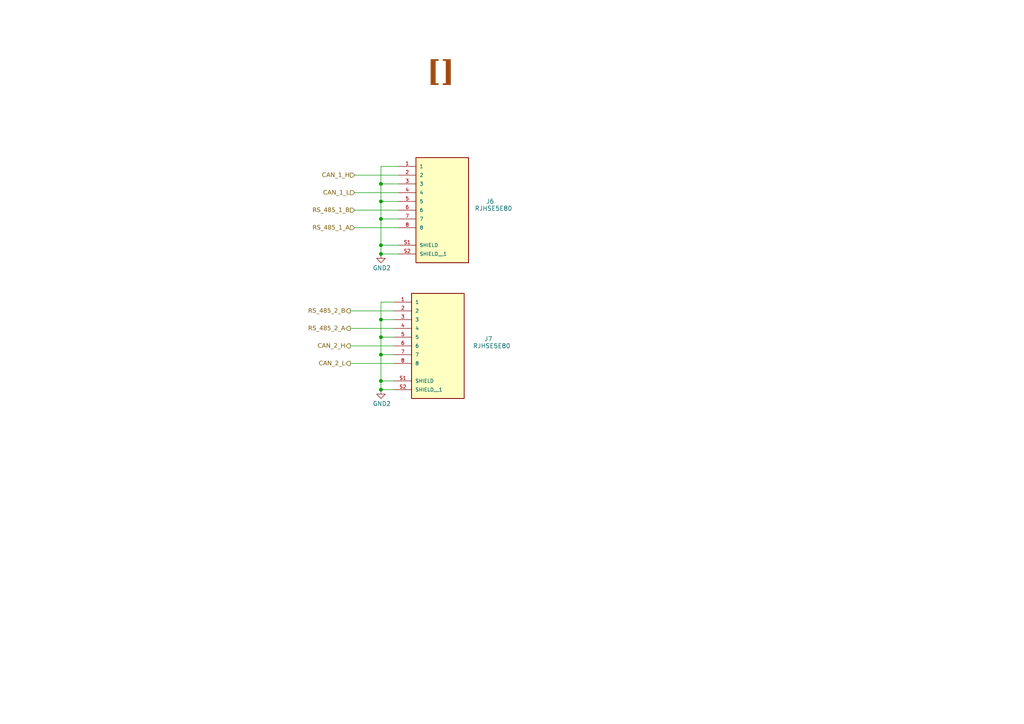
<source format=kicad_sch>
(kicad_sch (version 20231120) (generator "eeschema") (generator_version "8.0")
  (paper "A4")
  (title_block (date "2024-09-09") (rev "1.0.0"))
  (lib_symbols
    (symbol "GND2_1" (power) (pin_numbers hide) (pin_names (offset 0) hide)
      (property "Value" "GND2" (at 0 -3.81 0))
      (symbol "GND2_1_0_1"
        (polyline (pts (xy 0 0) (xy 0 -1.27) (xy 1.27 -1.27) (xy 0 -2.54) (xy -1.27 -1.27) (xy 0 -1.27)))
      )
      (symbol "GND2_1_1_1"
        (pin power_in line (at 0 0 270) (length 0) (name "~") (number "1"))
      )
    )
    (symbol "RJHSE5E80_Connector:RJHSE5E80" (pin_names (offset 1.016))
      (property "Reference" "J" (at -7.62 13.462 0))
      (property "Value" "RJHSE5E80" (at -7.62 -20.32 0))
      (symbol "RJHSE5E80_0_0"
        (rectangle (start -7.62 -17.78) (end 7.62 12.7) (stroke (width 0.254)) (fill (type background)))
        (pin passive line (at -12.7 10.16 0) (length 5.08) (name "1") (number "1"))
        (pin passive line (at -12.7 7.62 0) (length 5.08) (name "2") (number "2"))
        (pin passive line (at -12.7 5.08 0) (length 5.08) (name "3") (number "3"))
        (pin passive line (at -12.7 2.54 0) (length 5.08) (name "4") (number "4"))
        (pin passive line (at -12.7 0 0) (length 5.08) (name "5") (number "5"))
        (pin passive line (at -12.7 -2.54 0) (length 5.08) (name "6") (number "6"))
        (pin passive line (at -12.7 -5.08 0) (length 5.08) (name "7") (number "7"))
        (pin passive line (at -12.7 -7.62 0) (length 5.08) (name "8") (number "8"))
        (pin passive line (at -12.7 -12.7 0) (length 5.08) (name "SHIELD") (number "S1"))
        (pin passive line (at -12.7 -15.24 0) (length 5.08) (name "SHIELD__1") (number "S2"))
      )
    )
  )
  (junction (at 110.49 113.03))
  (junction (at 110.49 63.5))
  (junction (at 110.49 102.87))
  (junction (at 110.49 71.12))
  (junction (at 110.49 58.42))
  (junction (at 110.49 97.79))
  (junction (at 110.49 53.34))
  (junction (at 110.49 110.49))
  (junction (at 110.49 73.66))
  (junction (at 110.49 92.71))
  (wire (pts (xy 115.57 58.42) (xy 110.49 58.42)))
  (wire (pts (xy 110.49 97.79) (xy 110.49 102.87)))
  (wire (pts (xy 115.57 71.12) (xy 110.49 71.12)))
  (wire (pts (xy 110.49 92.71) (xy 110.49 97.79)))
  (wire (pts (xy 110.49 73.66) (xy 115.57 73.66)))
  (wire (pts (xy 102.87 60.96) (xy 115.57 60.96)))
  (wire (pts (xy 110.49 92.71) (xy 114.3 92.71)))
  (wire (pts (xy 110.49 53.34) (xy 110.49 58.42)))
  (wire (pts (xy 110.49 71.12) (xy 110.49 73.66)))
  (wire (pts (xy 115.57 48.26) (xy 110.49 48.26)))
  (wire (pts (xy 102.87 50.8) (xy 115.57 50.8)))
  (wire (pts (xy 115.57 53.34) (xy 110.49 53.34)))
  (wire (pts (xy 110.49 87.63) (xy 110.49 92.71)))
  (wire (pts (xy 114.3 87.63) (xy 110.49 87.63)))
  (wire (pts (xy 102.87 66.04) (xy 115.57 66.04)))
  (wire (pts (xy 110.49 110.49) (xy 110.49 113.03)))
  (wire (pts (xy 102.87 55.88) (xy 115.57 55.88)))
  (wire (pts (xy 101.6 105.41) (xy 114.3 105.41)))
  (wire (pts (xy 110.49 110.49) (xy 114.3 110.49)))
  (wire (pts (xy 110.49 48.26) (xy 110.49 53.34)))
  (wire (pts (xy 110.49 97.79) (xy 114.3 97.79)))
  (wire (pts (xy 101.6 100.33) (xy 114.3 100.33)))
  (wire (pts (xy 110.49 63.5) (xy 110.49 71.12)))
  (wire (pts (xy 114.3 113.03) (xy 110.49 113.03)))
  (wire (pts (xy 110.49 102.87) (xy 114.3 102.87)))
  (wire (pts (xy 101.6 90.17) (xy 114.3 90.17)))
  (wire (pts (xy 110.49 102.87) (xy 110.49 110.49)))
  (wire (pts (xy 115.57 63.5) (xy 110.49 63.5)))
  (wire (pts (xy 110.49 58.42) (xy 110.49 63.5)))
  (wire (pts (xy 101.6 95.25) (xy 114.3 95.25)))
  (text "[${#}] ${SHEETNAME}" (at 129.286 22.86 0) (effects (font (size 6 6) (thickness 0.254) (bold yes))))
  (hierarchical_label "RS_485_1_B" (shape input) (at 102.87 60.96 180))
  (hierarchical_label "CAN_1_H" (shape input) (at 102.87 50.8 180))
  (hierarchical_label "RS_485_1_A" (shape input) (at 102.87 66.04 180))
  (hierarchical_label "CAN_2_L" (shape output) (at 101.6 105.41 180))
  (hierarchical_label "CAN_1_L" (shape input) (at 102.87 55.88 180))
  (hierarchical_label "RS_485_2_B" (shape output) (at 101.6 90.17 180))
  (hierarchical_label "CAN_2_H" (shape output) (at 101.6 100.33 180))
  (hierarchical_label "RS_485_2_A" (shape output) (at 101.6 95.25 180))
  (symbol (lib_id "RJHSE5E80_Connector:RJHSE5E80") (at 128.27 58.42 0) (unit 1)
    (property "Reference" "J6" (at 140.97 58.42 0) (effects (justify left)))
    (property "Value" "RJHSE5E80" (at 137.668 60.452 0) (effects (justify left)))
    (property "Footprint" "RJHSE5E80_Connector:AMPHENOL_RJHSE5E80" (effects (hide yes)))
  )
  (symbol (lib_name "GND2_1") (lib_id "power:GND2") (at 110.49 113.03 0) (unit 1)
    (property "Reference" "#PWR0132" (effects (hide yes)))
    (property "Value" "GND2" (at 110.744 117.094 0))
    (property "Description" "Power symbol creates a global label with name \"GND2\" , ground" (effects (hide yes)))
  )
  (symbol (lib_id "RJHSE5E80_Connector:RJHSE5E80") (at 127 97.79 0) (unit 1)
    (property "Reference" "J7" (at 140.462 98.298 0) (effects (justify left)))
    (property "Value" "RJHSE5E80" (at 137.16 100.33 0) (effects (justify left)))
    (property "Footprint" "RJHSE5E80_Connector:AMPHENOL_RJHSE5E80" (effects (hide yes)))
  )
  (symbol (lib_name "GND2_1") (lib_id "power:GND2") (at 110.49 73.66 0) (unit 1)
    (property "Reference" "#PWR0131" (effects (hide yes)))
    (property "Value" "GND2" (at 110.744 77.724 0))
    (property "Description" "Power symbol creates a global label with name \"GND2\" , ground" (effects (hide yes)))
  )
)
</source>
